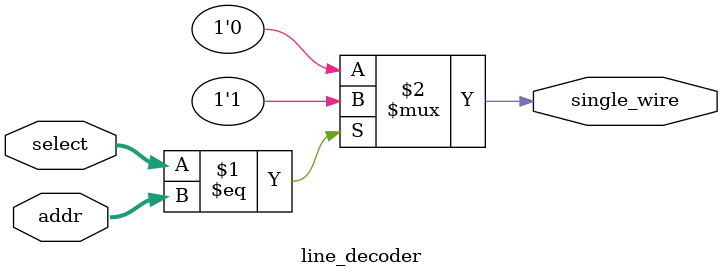
<source format=v>
module line_decoder (
    input [3:0] select,
    input [3:0] addr,
    output single_wire
);
    assign single_wire = (select == addr) ? 1'b1 : 1'b0; // TODO
endmodule

</source>
